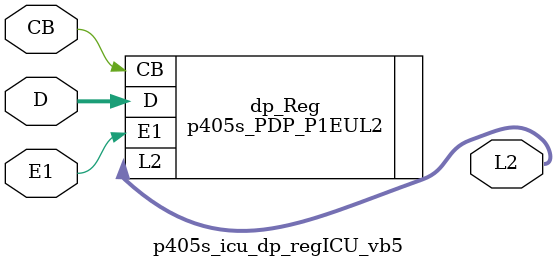
<source format=v>
module p405s_icu_dp_regICU_vb5(
                                CB,
                                D,
                                E1,
                                L2
                               );

    input  CB; 
    input [0:31] D; 
    input  E1; 
    output [0:31] L2; 

p405s_PDP_P1EUL2
 #(32, 1, 1, 1, 2, 0 ) dp_Reg (
                                         .CB  (CB),
                                         .D   (D),
                                         .E1  (E1),
                                         .L2  (L2)
                                         );

endmodule

</source>
